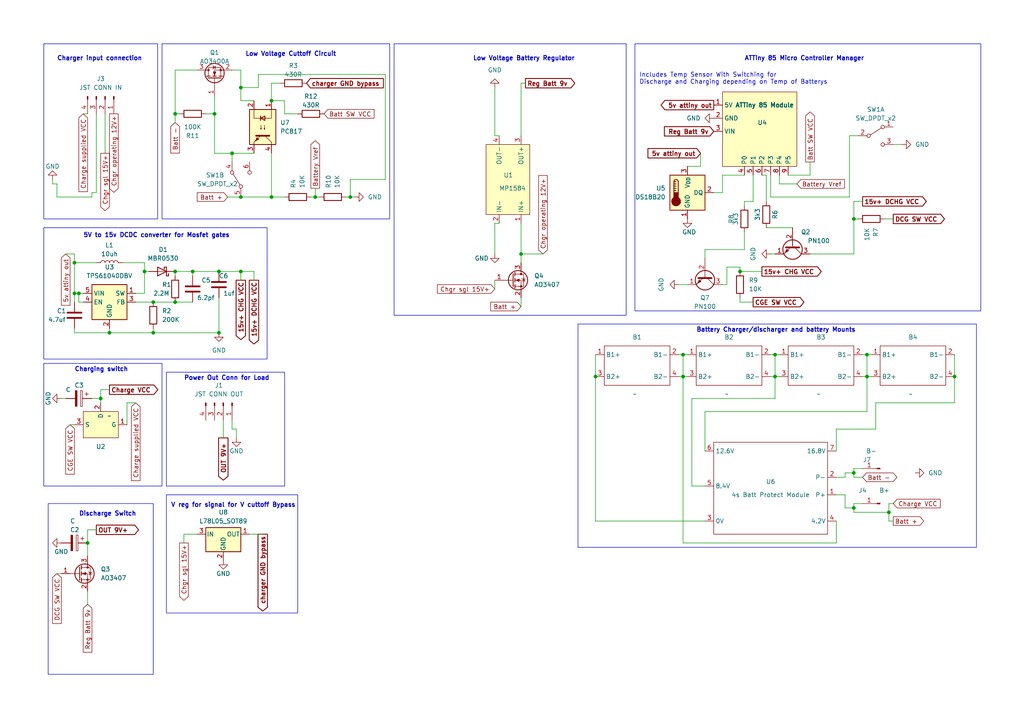
<source format=kicad_sch>
(kicad_sch (version 20230121) (generator eeschema)
  (paper "A4")
  (lib_symbols
    (symbol "BMS daughter boards:ATtiny85_digispark_module"
      (property "Reference" "U" (at -2.54 5.08 0))
      (symbol "ATtiny85_digispark_module_0_0"
        (pin unspecified line (at -16.51 10.16 0) (length 2.54) (name "5V") (number "1"))
        (pin unspecified line (at -16.51 6.35 0) (length 2.54) (name "GND") (number "2"))
        (pin unspecified line (at -16.51 2.54 0) (length 2.54) (name "VIN") (number "3"))
        (pin unspecified line (at -7.62 -10.16 90) (length 2.54) (name "P0") (number "4"))
        (pin unspecified line (at -5.08 -10.16 90) (length 2.54) (name "P1") (number "5"))
        (pin unspecified line (at -2.54 -10.16 90) (length 2.54) (name "P2") (number "6"))
        (pin unspecified line (at 0 -10.16 90) (length 2.54) (name "P3") (number "7"))
        (pin unspecified line (at 2.54 -10.16 90) (length 2.54) (name "P4") (number "8"))
        (pin unspecified line (at 5.08 -10.16 90) (length 2.54) (name "P5") (number "9"))
      )
      (symbol "ATtiny85_digispark_module_1_1"
        (rectangle (start -13.97 13.97) (end 7.62 -7.62) (fill (type background)))
      )
    )
    (symbol "BMS daughter boards:MP1584_DCDC_step_down_Module"
      (property "Reference" "U4" (at 11.43 -3.81 0))
      (property "Value" "MP1584 Module" (at 5.08 -6.35 0))
      (symbol "MP1584_DCDC_step_down_Module_0_0"
        (pin unspecified line (at 0 -8.89 0) (length 2.54) (name "IN+") (number "1"))
        (pin unspecified line (at 0 -2.54 0) (length 2.54) (name "IN-") (number "2"))
        (pin unspecified line (at 25.4 -8.89 180) (length 2.54) (name "OUT+") (number "3"))
        (pin unspecified line (at 25.4 -2.54 180) (length 2.54) (name "OUT-") (number "4"))
      )
      (symbol "MP1584_DCDC_step_down_Module_1_1"
        (rectangle (start 2.54 1.27) (end 22.86 -11.43) (fill (type background)))
      )
    )
    (symbol "BMS-MK2-symbols:18650_Bat_pair"
      (property "Reference" "B" (at 1.27 8.89 0))
      (symbol "18650_Bat_pair_0_0"
        (pin bidirectional line (at -11.43 11.43 0) (length 2.54) (name "B1+") (number "1"))
        (pin bidirectional line (at 12.7 11.43 180) (length 2.54) (name "B1-") (number "2"))
        (pin bidirectional line (at -11.43 5.08 0) (length 2.54) (name "B2+") (number "3"))
        (pin bidirectional line (at 12.7 5.08 180) (length 2.54) (name "B2-") (number "4"))
      )
      (symbol "18650_Bat_pair_0_1"
        (rectangle (start -8.89 13.97) (end 10.16 2.54))
      )
    )
    (symbol "BMS-MK2-symbols:4S_Batt_Protect_Board"
      (property "Reference" "U" (at 2.54 -2.54 0))
      (property "Value" "4s Batt Protect Module" (at 2.54 -5.08 0))
      (symbol "4S_Batt_Protect_Board_0_0"
        (pin bidirectional line (at 21.59 -6.35 180) (length 2.54) (name "P+") (number "1"))
        (pin bidirectional line (at 21.59 -1.27 180) (length 2.54) (name "P-") (number "2"))
        (pin input line (at -16.51 -13.97 0) (length 2.54) (name "0V") (number "3"))
        (pin input line (at 21.59 -13.97 180) (length 2.54) (name "4.2V") (number "4"))
        (pin input line (at -16.51 -3.81 0) (length 2.54) (name "8.4V") (number "5"))
        (pin input line (at -16.51 6.35 0) (length 2.54) (name "12.6V") (number "6"))
        (pin input line (at 21.59 6.35 180) (length 2.54) (name "16.8V") (number "7"))
      )
      (symbol "4S_Batt_Protect_Board_0_1"
        (rectangle (start -13.97 8.89) (end 19.05 -17.78))
      )
    )
    (symbol "BMS-MK2-symbols:AOD409"
      (property "Reference" "U" (at 2.54 -2.54 0))
      (symbol "AOD409_0_0"
        (pin input line (at -5.08 -2.54 0) (length 2.54) (name "G") (number "1"))
        (pin output line (at 2.54 3.81 270) (length 2.54) (name "D") (number "2"))
        (pin input line (at 10.16 -2.54 180) (length 2.54) (name "S") (number "3"))
      )
      (symbol "AOD409_1_1"
        (rectangle (start -2.54 1.27) (end 7.62 -6.35) (fill (type background)))
      )
    )
    (symbol "Connector:Conn_01x01_Pin" (pin_names (offset 1.016) hide)
      (property "Reference" "J" (at 0 2.54 0))
      (property "Value" "Conn_01x01_Pin" (at 0 -2.54 0))
      (symbol "Conn_01x01_Pin_1_1"
        (polyline (pts (xy 1.27 0) (xy 0.8636 0)) (stroke (width 0.1524)))
        (rectangle (start 0.8636 0.127) (end 0 -0.127) (stroke (width 0.1524)) (fill (type outline)))
        (pin passive line (at 5.08 0 180) (length 3.81) (name "Pin_1") (number "1"))
      )
    )
    (symbol "Connector:Conn_01x04_Pin" (pin_names (offset 1.016) hide)
      (property "Reference" "J" (at 0 5.08 0))
      (property "Value" "Conn_01x04_Pin" (at 0 -7.62 0))
      (symbol "Conn_01x04_Pin_1_1"
        (polyline (pts (xy 1.27 -5.08) (xy 0.8636 -5.08)) (stroke (width 0.1524)))
        (polyline (pts (xy 1.27 -2.54) (xy 0.8636 -2.54)) (stroke (width 0.1524)))
        (polyline (pts (xy 1.27 0) (xy 0.8636 0)) (stroke (width 0.1524)))
        (polyline (pts (xy 1.27 2.54) (xy 0.8636 2.54)) (stroke (width 0.1524)))
        (rectangle (start 0.8636 -4.953) (end 0 -5.207) (stroke (width 0.1524)) (fill (type outline)))
        (rectangle (start 0.8636 -2.413) (end 0 -2.667) (stroke (width 0.1524)) (fill (type outline)))
        (rectangle (start 0.8636 0.127) (end 0 -0.127) (stroke (width 0.1524)) (fill (type outline)))
        (rectangle (start 0.8636 2.667) (end 0 2.413) (stroke (width 0.1524)) (fill (type outline)))
        (pin passive line (at 5.08 2.54 180) (length 3.81) (name "Pin_1") (number "1"))
        (pin passive line (at 5.08 0 180) (length 3.81) (name "Pin_2") (number "2"))
        (pin passive line (at 5.08 -2.54 180) (length 3.81) (name "Pin_3") (number "3"))
        (pin passive line (at 5.08 -5.08 180) (length 3.81) (name "Pin_4") (number "4"))
      )
    )
    (symbol "Device:C" (pin_numbers hide) (pin_names (offset 0.254))
      (property "Reference" "C" (at 0.635 2.54 0))
      (property "Value" "C" (at 0.635 -2.54 0))
      (symbol "C_0_1"
        (polyline (pts (xy -2.032 -0.762) (xy 2.032 -0.762)) (stroke (width 0.508)))
        (polyline (pts (xy -2.032 0.762) (xy 2.032 0.762)) (stroke (width 0.508)))
      )
      (symbol "C_1_1"
        (pin passive line (at 0 3.81 270) (length 2.794) (name "~") (number "1"))
        (pin passive line (at 0 -3.81 90) (length 2.794) (name "~") (number "2"))
      )
    )
    (symbol "Device:C_Polarized" (pin_numbers hide) (pin_names (offset 0.254))
      (property "Reference" "C" (at 0.635 2.54 0))
      (property "Value" "C_Polarized" (at 0.635 -2.54 0))
      (symbol "C_Polarized_0_1"
        (rectangle (start -2.286 0.508) (end 2.286 1.016))
        (polyline (pts (xy -1.778 2.286) (xy -0.762 2.286)))
        (polyline (pts (xy -1.27 2.794) (xy -1.27 1.778)))
        (rectangle (start 2.286 -0.508) (end -2.286 -1.016) (fill (type outline)))
      )
      (symbol "C_Polarized_1_1"
        (pin passive line (at 0 3.81 270) (length 2.794) (name "~") (number "1"))
        (pin passive line (at 0 -3.81 90) (length 2.794) (name "~") (number "2"))
      )
    )
    (symbol "Device:L" (pin_numbers hide) (pin_names (offset 1.016) hide)
      (property "Reference" "L" (at -1.27 0 90))
      (property "Value" "L" (at 1.905 0 90))
      (symbol "L_0_1"
        (arc (start 0 -2.54) (mid 0.6323 -1.905) (end 0 -1.27))
        (arc (start 0 -1.27) (mid 0.6323 -0.635) (end 0 0))
        (arc (start 0 0) (mid 0.6323 0.635) (end 0 1.27))
        (arc (start 0 1.27) (mid 0.6323 1.905) (end 0 2.54))
      )
      (symbol "L_1_1"
        (pin passive line (at 0 3.81 270) (length 1.27) (name "1") (number "1"))
        (pin passive line (at 0 -3.81 90) (length 1.27) (name "2") (number "2"))
      )
    )
    (symbol "Device:R" (pin_numbers hide) (pin_names (offset 0))
      (property "Reference" "R" (at 2.032 0 90))
      (property "Value" "R" (at 0 0 90))
      (symbol "R_0_1"
        (rectangle (start -1.016 -2.54) (end 1.016 2.54) (stroke (width 0.254)))
      )
      (symbol "R_1_1"
        (pin passive line (at 0 3.81 270) (length 1.27) (name "~") (number "1"))
        (pin passive line (at 0 -3.81 90) (length 1.27) (name "~") (number "2"))
      )
    )
    (symbol "Diode:MBR0530" (pin_numbers hide) (pin_names (offset 1.016) hide)
      (property "Reference" "D" (at 0 2.54 0))
      (property "Value" "MBR0530" (at 0 -2.54 0))
      (symbol "MBR0530_0_1"
        (polyline (pts (xy 1.27 0) (xy -1.27 0)))
        (polyline (pts (xy 1.27 1.27) (xy 1.27 -1.27) (xy -1.27 0) (xy 1.27 1.27)) (stroke (width 0.254)))
        (polyline (pts (xy -1.905 0.635) (xy -1.905 1.27) (xy -1.27 1.27) (xy -1.27 -1.27) (xy -0.635 -1.27) (xy -0.635 -0.635)) (stroke (width 0.254)))
      )
      (symbol "MBR0530_1_1"
        (pin passive line (at -3.81 0 0) (length 2.54) (name "K") (number "1"))
        (pin passive line (at 3.81 0 180) (length 2.54) (name "A") (number "2"))
      )
    )
    (symbol "Isolator:PC817" (pin_names (offset 1.016))
      (property "Reference" "U" (at -5.08 5.08 0))
      (property "Value" "PC817" (at 0 5.08 0))
      (symbol "PC817_0_1"
        (rectangle (start -5.08 3.81) (end 5.08 -3.81) (stroke (width 0.254)) (fill (type background)))
        (polyline (pts (xy -3.175 -0.635) (xy -1.905 -0.635)) (stroke (width 0.254)))
        (polyline (pts (xy 2.54 0.635) (xy 4.445 2.54)))
        (polyline (pts (xy 4.445 -2.54) (xy 2.54 -0.635)) (fill (type outline)))
        (polyline (pts (xy 4.445 -2.54) (xy 5.08 -2.54)))
        (polyline (pts (xy 4.445 2.54) (xy 5.08 2.54)))
        (polyline (pts (xy -5.08 2.54) (xy -2.54 2.54) (xy -2.54 -0.635)))
        (polyline (pts (xy -2.54 -0.635) (xy -2.54 -2.54) (xy -5.08 -2.54)))
        (polyline (pts (xy 2.54 1.905) (xy 2.54 -1.905) (xy 2.54 -1.905)) (stroke (width 0.508)))
        (polyline (pts (xy -2.54 -0.635) (xy -3.175 0.635) (xy -1.905 0.635) (xy -2.54 -0.635)) (stroke (width 0.254)))
        (polyline (pts (xy -0.508 -0.508) (xy 0.762 -0.508) (xy 0.381 -0.635) (xy 0.381 -0.381) (xy 0.762 -0.508)))
        (polyline (pts (xy -0.508 0.508) (xy 0.762 0.508) (xy 0.381 0.381) (xy 0.381 0.635) (xy 0.762 0.508)))
        (polyline (pts (xy 3.048 -1.651) (xy 3.556 -1.143) (xy 4.064 -2.159) (xy 3.048 -1.651) (xy 3.048 -1.651)) (fill (type outline)))
      )
      (symbol "PC817_1_1"
        (pin passive line (at -7.62 2.54 0) (length 2.54) (name "~") (number "1"))
        (pin passive line (at -7.62 -2.54 0) (length 2.54) (name "~") (number "2"))
        (pin passive line (at 7.62 -2.54 180) (length 2.54) (name "~") (number "3"))
        (pin passive line (at 7.62 2.54 180) (length 2.54) (name "~") (number "4"))
      )
    )
    (symbol "Regulator_Linear:L78L05_SOT89" (pin_names (offset 0.254))
      (property "Reference" "U" (at -3.81 3.175 0))
      (property "Value" "L78L05_SOT89" (at -0.635 3.175 0))
      (symbol "L78L05_SOT89_0_1"
        (rectangle (start -5.08 1.905) (end 5.08 -5.08) (stroke (width 0.254)) (fill (type background)))
      )
      (symbol "L78L05_SOT89_1_1"
        (pin power_out line (at 7.62 0 180) (length 2.54) (name "OUT") (number "1"))
        (pin power_in line (at 0 -7.62 90) (length 2.54) (name "GND") (number "2"))
        (pin power_in line (at -7.62 0 0) (length 2.54) (name "IN") (number "3"))
      )
    )
    (symbol "Regulator_Switching:TPS61040DBV"
      (property "Reference" "U" (at -5.08 6.35 0))
      (property "Value" "TPS61040DBV" (at 0 6.35 0))
      (symbol "TPS61040DBV_0_1"
        (rectangle (start -5.08 5.08) (end 5.08 -5.08) (stroke (width 0.254)) (fill (type background)))
      )
      (symbol "TPS61040DBV_1_1"
        (pin power_out line (at 7.62 2.54 180) (length 2.54) (name "SW") (number "1"))
        (pin power_in line (at 0 -7.62 90) (length 2.54) (name "GND") (number "2"))
        (pin input line (at 7.62 0 180) (length 2.54) (name "FB") (number "3"))
        (pin input line (at -7.62 0 0) (length 2.54) (name "EN") (number "4"))
        (pin power_in line (at -7.62 2.54 0) (length 2.54) (name "VIN") (number "5"))
      )
    )
    (symbol "Sensor_Temperature:DS18B20"
      (property "Reference" "U" (at -3.81 6.35 0))
      (property "Value" "DS18B20" (at 6.35 6.35 0))
      (symbol "DS18B20_0_1"
        (rectangle (start -5.08 5.08) (end 5.08 -5.08) (stroke (width 0.254)) (fill (type background)))
        (circle (center -3.302 -2.54) (radius 1.27) (stroke (width 0.254)) (fill (type outline)))
        (rectangle (start -2.667 -1.905) (end -3.937 0) (stroke (width 0.254)) (fill (type outline)))
        (arc (start -2.667 3.175) (mid -3.302 3.8073) (end -3.937 3.175) (stroke (width 0.254)))
        (polyline (pts (xy -3.937 0.635) (xy -3.302 0.635)) (stroke (width 0.254)))
        (polyline (pts (xy -3.937 1.27) (xy -3.302 1.27)) (stroke (width 0.254)))
        (polyline (pts (xy -3.937 1.905) (xy -3.302 1.905)) (stroke (width 0.254)))
        (polyline (pts (xy -3.937 2.54) (xy -3.302 2.54)) (stroke (width 0.254)))
        (polyline (pts (xy -3.937 3.175) (xy -3.937 0)) (stroke (width 0.254)))
        (polyline (pts (xy -3.937 3.175) (xy -3.302 3.175)) (stroke (width 0.254)))
        (polyline (pts (xy -2.667 3.175) (xy -2.667 0)) (stroke (width 0.254)))
      )
      (symbol "DS18B20_1_1"
        (pin power_in line (at 0 -7.62 90) (length 2.54) (name "GND") (number "1"))
        (pin bidirectional line (at 7.62 0 180) (length 2.54) (name "DQ") (number "2"))
        (pin power_in line (at 0 7.62 270) (length 2.54) (name "V_{DD}") (number "3"))
      )
    )
    (symbol "Switch:SW_DPDT_x2" (pin_names (offset 0) hide)
      (property "Reference" "SW" (at 0 4.318 0))
      (property "Value" "SW_DPDT_x2" (at 0 -5.08 0))
      (symbol "SW_DPDT_x2_0_0"
        (circle (center -2.032 0) (radius 0.508))
        (circle (center 2.032 -2.54) (radius 0.508))
      )
      (symbol "SW_DPDT_x2_0_1"
        (polyline (pts (xy -1.524 0.254) (xy 1.651 2.286)))
        (circle (center 2.032 2.54) (radius 0.508))
      )
      (symbol "SW_DPDT_x2_1_1"
        (pin passive line (at 5.08 2.54 180) (length 2.54) (name "A") (number "1"))
        (pin passive line (at -5.08 0 0) (length 2.54) (name "B") (number "2"))
        (pin passive line (at 5.08 -2.54 180) (length 2.54) (name "C") (number "3"))
      )
      (symbol "SW_DPDT_x2_2_1"
        (pin passive line (at 5.08 2.54 180) (length 2.54) (name "A") (number "4"))
        (pin passive line (at -5.08 0 0) (length 2.54) (name "B") (number "5"))
        (pin passive line (at 5.08 -2.54 180) (length 2.54) (name "C") (number "6"))
      )
    )
    (symbol "Transistor_BJT:PN2222A" (pin_names (offset 0) hide)
      (property "Reference" "Q" (at 5.08 1.905 0))
      (property "Value" "PN2222A" (at 5.08 0 0))
      (symbol "PN2222A_0_1"
        (polyline (pts (xy 0 0) (xy 0.635 0)))
        (polyline (pts (xy 2.54 -2.54) (xy 0.635 -0.635)))
        (polyline (pts (xy 2.54 2.54) (xy 0.635 0.635)))
        (polyline (pts (xy 0.635 1.905) (xy 0.635 -1.905) (xy 0.635 -1.905)) (stroke (width 0.508)))
        (polyline (pts (xy 2.413 -2.413) (xy 1.905 -1.905) (xy 1.905 -1.905)))
        (polyline (pts (xy 1.143 -1.651) (xy 1.651 -1.143) (xy 2.159 -2.159) (xy 1.143 -1.651) (xy 1.143 -1.651)) (fill (type outline)))
        (circle (center 1.27 0) (radius 2.8194) (stroke (width 0.254)))
      )
      (symbol "PN2222A_1_1"
        (pin passive line (at 2.54 -5.08 90) (length 2.54) (name "E") (number "1"))
        (pin input line (at -5.08 0 0) (length 5.08) (name "B") (number "2"))
        (pin passive line (at 2.54 5.08 270) (length 2.54) (name "C") (number "3"))
      )
    )
    (symbol "Transistor_FET:AO3400A" (pin_names hide)
      (property "Reference" "Q" (at 5.08 1.905 0))
      (property "Value" "AO3400A" (at 5.08 0 0))
      (symbol "AO3400A_0_1"
        (polyline (pts (xy 0.254 0) (xy -2.54 0)))
        (polyline (pts (xy 0.254 1.905) (xy 0.254 -1.905)) (stroke (width 0.254)))
        (polyline (pts (xy 0.762 -1.27) (xy 0.762 -2.286)) (stroke (width 0.254)))
        (polyline (pts (xy 0.762 0.508) (xy 0.762 -0.508)) (stroke (width 0.254)))
        (polyline (pts (xy 0.762 2.286) (xy 0.762 1.27)) (stroke (width 0.254)))
        (polyline (pts (xy 2.54 2.54) (xy 2.54 1.778)))
        (polyline (pts (xy 2.54 -2.54) (xy 2.54 0) (xy 0.762 0)))
        (polyline (pts (xy 0.762 -1.778) (xy 3.302 -1.778) (xy 3.302 1.778) (xy 0.762 1.778)))
        (polyline (pts (xy 1.016 0) (xy 2.032 0.381) (xy 2.032 -0.381) (xy 1.016 0)) (fill (type outline)))
        (polyline (pts (xy 2.794 0.508) (xy 2.921 0.381) (xy 3.683 0.381) (xy 3.81 0.254)))
        (polyline (pts (xy 3.302 0.381) (xy 2.921 -0.254) (xy 3.683 -0.254) (xy 3.302 0.381)))
        (circle (center 1.651 0) (radius 2.794) (stroke (width 0.254)))
        (circle (center 2.54 -1.778) (radius 0.254) (fill (type outline)))
        (circle (center 2.54 1.778) (radius 0.254) (fill (type outline)))
      )
      (symbol "AO3400A_1_1"
        (pin input line (at -5.08 0 0) (length 2.54) (name "G") (number "1"))
        (pin passive line (at 2.54 -5.08 90) (length 2.54) (name "S") (number "2"))
        (pin passive line (at 2.54 5.08 270) (length 2.54) (name "D") (number "3"))
      )
    )
    (symbol "power:GND" (power) (pin_names (offset 0))
      (property "Value" "GND" (at 0 -3.81 0))
      (symbol "GND_0_1"
        (polyline (pts (xy 0 0) (xy 0 -1.27) (xy 1.27 -1.27) (xy 0 -2.54) (xy -1.27 -1.27) (xy 0 -1.27)))
      )
      (symbol "GND_1_1"
        (pin power_in line (at 0 0 270) (length 0) hide (name "GND") (number "1"))
      )
    )
  )
  (junction (at 63.5 96.52))
  (junction (at 29.21 115.57))
  (junction (at 78.74 29.21))
  (junction (at 25.4 157.48))
  (junction (at 276.86 109.22))
  (junction (at 247.65 137.16))
  (junction (at 55.88 78.74))
  (junction (at 44.45 87.63))
  (junction (at 91.44 57.15))
  (junction (at 172.72 109.22))
  (junction (at 44.45 96.52))
  (junction (at 41.91 78.74))
  (junction (at 224.79 109.22))
  (junction (at 78.74 57.15))
  (junction (at 31.75 96.52))
  (junction (at 198.12 102.87))
  (junction (at 251.46 109.22))
  (junction (at 50.8 33.02))
  (junction (at 21.59 76.2))
  (junction (at 21.59 85.09))
  (junction (at 50.8 87.63))
  (junction (at 247.65 63.5))
  (junction (at 198.12 109.22))
  (junction (at 257.81 148.59))
  (junction (at 50.8 78.74))
  (junction (at 67.31 44.45))
  (junction (at 69.85 57.15))
  (junction (at 63.5 78.74))
  (junction (at 22.86 85.09))
  (junction (at 62.23 33.02))
  (junction (at 214.63 78.74))
  (junction (at 69.85 25.4))
  (junction (at 69.85 78.74))
  (junction (at 247.65 147.32))
  (junction (at 251.46 102.87))
  (junction (at 101.6 57.15))
  (junction (at 151.13 73.66))
  (junction (at 224.79 102.87))
  (wire (pts (xy 247.65 138.43) (xy 250.19 138.43)))
  (wire (pts (xy 25.4 157.48) (xy 25.4 161.29)))
  (wire (pts (xy 242.57 157.48) (xy 198.12 157.48)))
  (wire (pts (xy 242.57 124.46) (xy 242.57 130.81)))
  (wire (pts (xy 21.59 73.66) (xy 21.59 76.2)))
  (wire (pts (xy 250.19 102.87) (xy 251.46 102.87)))
  (wire (pts (xy 82.55 33.02) (xy 82.55 29.21)))
  (wire (pts (xy 223.52 57.15) (xy 246.38 57.15)))
  (wire (pts (xy 224.79 109.22) (xy 224.79 115.57)))
  (wire (pts (xy 276.86 116.84) (xy 254 116.84)))
  (wire (pts (xy 20.32 123.19) (xy 21.59 123.19)))
  (wire (pts (xy 27.94 153.67) (xy 25.4 153.67)))
  (wire (pts (xy 64.77 121.92) (xy 64.77 127)))
  (wire (pts (xy 21.59 87.63) (xy 21.59 85.09)))
  (wire (pts (xy 69.85 78.74) (xy 73.66 78.74)))
  (wire (pts (xy 36.83 116.84) (xy 36.83 123.19)))
  (wire (pts (xy 214.63 78.74) (xy 220.98 78.74)))
  (wire (pts (xy 78.74 24.13) (xy 78.74 29.21)))
  (wire (pts (xy 198.12 102.87) (xy 199.39 102.87)))
  (wire (pts (xy 203.2 48.26) (xy 203.2 44.45)))
  (wire (pts (xy 223.52 50.8) (xy 223.52 57.15)))
  (wire (pts (xy 276.86 102.87) (xy 276.86 109.22)))
  (wire (pts (xy 215.9 72.39) (xy 215.9 67.31)))
  (wire (pts (xy 254 116.84) (xy 254 124.46)))
  (wire (pts (xy 247.65 147.32) (xy 247.65 148.59)))
  (wire (pts (xy 245.11 138.43) (xy 242.57 138.43)))
  (wire (pts (xy 19.05 73.66) (xy 21.59 73.66)))
  (wire (pts (xy 81.28 24.13) (xy 78.74 24.13)))
  (wire (pts (xy 234.95 50.8) (xy 228.6 50.8)))
  (wire (pts (xy 31.75 95.25) (xy 31.75 96.52)))
  (wire (pts (xy 223.52 73.66) (xy 224.79 73.66)))
  (wire (pts (xy 204.47 72.39) (xy 204.47 74.93)))
  (wire (pts (xy 203.2 48.26) (xy 199.39 48.26)))
  (wire (pts (xy 21.59 76.2) (xy 27.94 76.2)))
  (wire (pts (xy 224.79 102.87) (xy 224.79 109.22)))
  (wire (pts (xy 50.8 20.32) (xy 50.8 33.02)))
  (wire (pts (xy 226.06 50.8) (xy 226.06 53.34)))
  (wire (pts (xy 72.39 154.94) (xy 76.2 154.94)))
  (wire (pts (xy 82.55 29.21) (xy 78.74 29.21)))
  (wire (pts (xy 247.65 135.89) (xy 247.65 137.16)))
  (wire (pts (xy 91.44 57.15) (xy 90.17 57.15)))
  (wire (pts (xy 25.4 175.26) (xy 25.4 171.45)))
  (wire (pts (xy 62.23 44.45) (xy 67.31 44.45)))
  (wire (pts (xy 41.91 78.74) (xy 41.91 76.2)))
  (wire (pts (xy 44.45 87.63) (xy 50.8 87.63)))
  (wire (pts (xy 215.9 58.42) (xy 218.44 58.42)))
  (wire (pts (xy 26.67 55.88) (xy 27.94 55.88)))
  (wire (pts (xy 250.19 146.05) (xy 247.65 146.05)))
  (wire (pts (xy 246.38 39.37) (xy 248.92 39.37)))
  (wire (pts (xy 245.11 147.32) (xy 245.11 143.51)))
  (wire (pts (xy 254 124.46) (xy 242.57 124.46)))
  (wire (pts (xy 223.52 102.87) (xy 224.79 102.87)))
  (wire (pts (xy 200.66 140.97) (xy 204.47 140.97)))
  (wire (pts (xy 222.25 50.8) (xy 220.98 50.8)))
  (wire (pts (xy 257.81 151.13) (xy 259.08 151.13)))
  (wire (pts (xy 67.31 44.45) (xy 73.66 44.45)))
  (wire (pts (xy 62.23 44.45) (xy 62.23 33.02)))
  (wire (pts (xy 44.45 95.25) (xy 44.45 96.52)))
  (wire (pts (xy 50.8 78.74) (xy 55.88 78.74)))
  (wire (pts (xy 247.65 73.66) (xy 247.65 63.5)))
  (wire (pts (xy 234.95 46.99) (xy 234.95 50.8)))
  (wire (pts (xy 248.92 63.5) (xy 247.65 63.5)))
  (wire (pts (xy 259.08 146.05) (xy 257.81 146.05)))
  (wire (pts (xy 143.51 25.4) (xy 143.51 39.37)))
  (wire (pts (xy 151.13 73.66) (xy 157.48 73.66)))
  (wire (pts (xy 204.47 72.39) (xy 215.9 72.39)))
  (wire (pts (xy 62.23 27.94) (xy 62.23 33.02)))
  (wire (pts (xy 198.12 157.48) (xy 198.12 109.22)))
  (wire (pts (xy 57.15 20.32) (xy 50.8 20.32)))
  (wire (pts (xy 73.66 78.74) (xy 73.66 81.28)))
  (wire (pts (xy 209.55 50.8) (xy 215.9 50.8)))
  (wire (pts (xy 22.86 87.63) (xy 24.13 87.63)))
  (wire (pts (xy 30.48 33.02) (xy 30.48 44.45)))
  (wire (pts (xy 39.37 85.09) (xy 41.91 85.09)))
  (wire (pts (xy 27.94 55.88) (xy 27.94 33.02)))
  (wire (pts (xy 250.19 135.89) (xy 247.65 135.89)))
  (wire (pts (xy 257.81 148.59) (xy 257.81 151.13)))
  (wire (pts (xy 39.37 116.84) (xy 36.83 116.84)))
  (wire (pts (xy 100.33 57.15) (xy 101.6 57.15)))
  (wire (pts (xy 41.91 85.09) (xy 41.91 78.74)))
  (wire (pts (xy 204.47 119.38) (xy 204.47 130.81)))
  (wire (pts (xy 21.59 96.52) (xy 31.75 96.52)))
  (wire (pts (xy 92.71 57.15) (xy 91.44 57.15)))
  (wire (pts (xy 73.66 29.21) (xy 69.85 29.21)))
  (wire (pts (xy 198.12 109.22) (xy 199.39 109.22)))
  (wire (pts (xy 29.21 115.57) (xy 26.67 115.57)))
  (wire (pts (xy 209.55 55.88) (xy 207.01 55.88)))
  (wire (pts (xy 214.63 87.63) (xy 214.63 86.36)))
  (wire (pts (xy 151.13 64.77) (xy 151.13 73.66)))
  (wire (pts (xy 29.21 115.57) (xy 29.21 116.84)))
  (wire (pts (xy 50.8 33.02) (xy 50.8 35.56)))
  (wire (pts (xy 69.85 29.21) (xy 69.85 25.4)))
  (wire (pts (xy 247.65 147.32) (xy 245.11 147.32)))
  (wire (pts (xy 74.93 25.4) (xy 74.93 21.59)))
  (wire (pts (xy 172.72 102.87) (xy 172.72 109.22)))
  (wire (pts (xy 218.44 50.8) (xy 218.44 58.42)))
  (wire (pts (xy 78.74 57.15) (xy 78.74 44.45)))
  (wire (pts (xy 67.31 44.45) (xy 67.31 46.99)))
  (wire (pts (xy 74.93 25.4) (xy 69.85 25.4)))
  (wire (pts (xy 69.85 25.4) (xy 69.85 20.32)))
  (wire (pts (xy 16.51 57.15) (xy 16.51 53.34)))
  (wire (pts (xy 67.31 124.46) (xy 68.58 124.46)))
  (wire (pts (xy 26.67 57.15) (xy 26.67 55.88)))
  (wire (pts (xy 143.51 64.77) (xy 144.78 64.77)))
  (wire (pts (xy 31.75 96.52) (xy 44.45 96.52)))
  (wire (pts (xy 19.05 115.57) (xy 17.78 115.57)))
  (wire (pts (xy 16.51 166.37) (xy 17.78 166.37)))
  (wire (pts (xy 86.36 33.02) (xy 82.55 33.02)))
  (wire (pts (xy 143.51 81.28) (xy 143.51 83.82)))
  (wire (pts (xy 63.5 78.74) (xy 69.85 78.74)))
  (wire (pts (xy 242.57 143.51) (xy 245.11 143.51)))
  (wire (pts (xy 224.79 109.22) (xy 226.06 109.22)))
  (wire (pts (xy 214.63 78.74) (xy 214.63 77.47)))
  (wire (pts (xy 251.46 102.87) (xy 252.73 102.87)))
  (wire (pts (xy 102.87 57.15) (xy 101.6 57.15)))
  (wire (pts (xy 257.81 146.05) (xy 257.81 148.59)))
  (wire (pts (xy 55.88 78.74) (xy 55.88 80.01)))
  (wire (pts (xy 245.11 137.16) (xy 245.11 138.43)))
  (wire (pts (xy 198.12 102.87) (xy 198.12 109.22)))
  (wire (pts (xy 199.39 82.55) (xy 196.85 82.55)))
  (wire (pts (xy 172.72 109.22) (xy 172.72 151.13)))
  (wire (pts (xy 21.59 95.25) (xy 21.59 96.52)))
  (wire (pts (xy 152.4 24.13) (xy 151.13 24.13)))
  (wire (pts (xy 247.65 137.16) (xy 245.11 137.16)))
  (wire (pts (xy 111.76 52.07) (xy 101.6 52.07)))
  (wire (pts (xy 250.19 109.22) (xy 251.46 109.22)))
  (wire (pts (xy 151.13 86.36) (xy 151.13 88.9)))
  (wire (pts (xy 251.46 102.87) (xy 251.46 109.22)))
  (wire (pts (xy 62.23 33.02) (xy 59.69 33.02)))
  (wire (pts (xy 67.31 121.92) (xy 67.31 124.46)))
  (wire (pts (xy 25.4 153.67) (xy 25.4 157.48)))
  (wire (pts (xy 223.52 109.22) (xy 224.79 109.22)))
  (wire (pts (xy 224.79 102.87) (xy 226.06 102.87)))
  (wire (pts (xy 55.88 78.74) (xy 63.5 78.74)))
  (wire (pts (xy 111.76 21.59) (xy 111.76 52.07)))
  (wire (pts (xy 22.86 85.09) (xy 22.86 87.63)))
  (wire (pts (xy 251.46 119.38) (xy 251.46 109.22)))
  (wire (pts (xy 29.21 113.03) (xy 29.21 115.57)))
  (wire (pts (xy 26.67 57.15) (xy 16.51 57.15)))
  (wire (pts (xy 43.18 78.74) (xy 41.91 78.74)))
  (wire (pts (xy 74.93 21.59) (xy 111.76 21.59)))
  (wire (pts (xy 209.55 50.8) (xy 209.55 55.88)))
  (wire (pts (xy 69.85 20.32) (xy 67.31 20.32)))
  (wire (pts (xy 151.13 24.13) (xy 151.13 39.37)))
  (wire (pts (xy 91.44 57.15) (xy 91.44 54.61)))
  (wire (pts (xy 52.07 33.02) (xy 50.8 33.02)))
  (wire (pts (xy 44.45 96.52) (xy 63.5 96.52)))
  (wire (pts (xy 151.13 73.66) (xy 151.13 76.2)))
  (wire (pts (xy 251.46 109.22) (xy 252.73 109.22)))
  (wire (pts (xy 276.86 109.22) (xy 276.86 116.84)))
  (wire (pts (xy 25.4 33.02) (xy 24.13 33.02)))
  (wire (pts (xy 247.65 73.66) (xy 234.95 73.66)))
  (wire (pts (xy 204.47 119.38) (xy 251.46 119.38)))
  (wire (pts (xy 259.08 41.91) (xy 261.62 41.91)))
  (wire (pts (xy 247.65 58.42) (xy 250.19 58.42)))
  (wire (pts (xy 215.9 58.42) (xy 215.9 59.69)))
  (wire (pts (xy 78.74 57.15) (xy 82.55 57.15)))
  (wire (pts (xy 50.8 87.63) (xy 55.88 87.63)))
  (wire (pts (xy 21.59 85.09) (xy 21.59 76.2)))
  (wire (pts (xy 50.8 78.74) (xy 50.8 80.01)))
  (wire (pts (xy 247.65 146.05) (xy 247.65 147.32)))
  (wire (pts (xy 210.82 82.55) (xy 209.55 82.55)))
  (wire (pts (xy 226.06 53.34) (xy 231.14 53.34)))
  (wire (pts (xy 222.25 66.04) (xy 229.87 66.04)))
  (wire (pts (xy 210.82 77.47) (xy 210.82 82.55)))
  (wire (pts (xy 53.34 157.48) (xy 53.34 154.94)))
  (wire (pts (xy 247.65 148.59) (xy 257.81 148.59)))
  (wire (pts (xy 200.66 115.57) (xy 200.66 140.97)))
  (wire (pts (xy 222.25 50.8) (xy 222.25 58.42)))
  (wire (pts (xy 247.65 137.16) (xy 247.65 138.43)))
  (wire (pts (xy 196.85 109.22) (xy 198.12 109.22)))
  (wire (pts (xy 172.72 151.13) (xy 204.47 151.13)))
  (wire (pts (xy 22.86 85.09) (xy 24.13 85.09)))
  (wire (pts (xy 259.08 63.5) (xy 256.54 63.5)))
  (wire (pts (xy 224.79 115.57) (xy 200.66 115.57)))
  (wire (pts (xy 247.65 58.42) (xy 247.65 63.5)))
  (wire (pts (xy 101.6 52.07) (xy 101.6 57.15)))
  (wire (pts (xy 63.5 86.36) (xy 63.5 96.52)))
  (wire (pts (xy 69.85 57.15) (xy 78.74 57.15)))
  (wire (pts (xy 66.04 57.15) (xy 69.85 57.15)))
  (wire (pts (xy 41.91 76.2) (xy 35.56 76.2)))
  (wire (pts (xy 218.44 87.63) (xy 214.63 87.63)))
  (wire (pts (xy 39.37 87.63) (xy 44.45 87.63)))
  (wire (pts (xy 143.51 64.77) (xy 143.51 73.66)))
  (wire (pts (xy 214.63 77.47) (xy 210.82 77.47)))
  (wire (pts (xy 69.85 81.28) (xy 69.85 78.74)))
  (wire (pts (xy 196.85 102.87) (xy 198.12 102.87)))
  (wire (pts (xy 21.59 85.09) (xy 22.86 85.09)))
  (wire (pts (xy 242.57 151.13) (xy 242.57 157.48)))
  (wire (pts (xy 15.24 52.07) (xy 15.24 53.34)))
  (wire (pts (xy 68.58 124.46) (xy 68.58 127)))
  (wire (pts (xy 143.51 39.37) (xy 144.78 39.37)))
  (wire (pts (xy 246.38 57.15) (xy 246.38 39.37)))
  (wire (pts (xy 53.34 154.94) (xy 57.15 154.94)))
  (wire (pts (xy 29.21 113.03) (xy 31.75 113.03)))
  (wire (pts (xy 15.24 53.34) (xy 16.51 53.34)))
  (rectangle (start 48.26 143.51) (end 86.36 177.8))
  (rectangle (start 48.26 107.95) (end 82.55 140.97))
  (rectangle (start 167.64 93.98) (end 283.21 158.75))
  (rectangle (start 12.7 12.7) (end 45.72 63.5))
  (rectangle (start 12.7 105.41) (end 46.99 140.97))
  (rectangle (start 13.97 146.05) (end 44.45 195.58))
  (rectangle (start 46.99 12.7) (end 113.03 63.5))
  (rectangle (start 12.7 66.04) (end 77.47 104.14))
  (rectangle (start 184.15 12.7) (end 284.48 90.17))
  (rectangle (start 114.3 12.7) (end 181.61 91.44))
  (text "ATTiny 85 Micro Controller Manager \n" (at 215.9 17.78 0) (effects (font (size 1.27 1.27) (thickness 0.254) bold) (justify left bottom)))
  (text "Includes Temp Sensor With Switching for \nDischarge and Charging depending on Temp of Batterys\n " (at 185.42 26.67 0) (effects (font (size 1.27 1.27)) (justify left bottom)))
  (text "Power Out Conn for Load\n" (at 53.34 110.49 0) (effects (font (size 1.27 1.27) (thickness 0.254) bold) (justify left bottom)))
  (text "Discharge Switch " (at 22.86 149.86 0) (effects (font (size 1.27 1.27) (thickness 0.254) bold) (justify left bottom)))
  (text "Charger input connection\n" (at 16.51 17.78 0) (effects (font (size 1.27 1.27) (thickness 0.254) bold) (justify left bottom)))
  (text "V reg for signal for V cuttoff Bypass\n" (at 49.53 147.32 0) (effects (font (size 1.27 1.27) (thickness 0.254) bold) (justify left bottom)))
  (text "Low Voltage Cuttoff Circuit\n" (at 71.12 16.51 0) (effects (font (size 1.27 1.27) (thickness 0.254) bold) (justify left bottom)))
  (text "5V to 15v DCDC converter for Mosfet gates\n\n" (at 24.13 71.12 0) (effects (font (size 1.27 1.27) (thickness 0.254) bold) (justify left bottom)))
  (text "Battery Charger/discharger and battery Mounts\n" (at 201.93 96.52 0) (effects (font (size 1.27 1.27) (thickness 0.254) bold) (justify left bottom)))
  (text "Low Voltage Battery Regulator\n" (at 137.16 17.78 0) (effects (font (size 1.27 1.27) (thickness 0.254) bold) (justify left bottom)))
  (text "Charging switch \n" (at 21.59 107.95 0) (effects (font (size 1.27 1.27) (thickness 0.254) bold) (justify left bottom)))
  (global_label "15v+ CHG VCC" (shape output) (at 69.85 81.28 270) (effects (font (thickness 0.254) bold)) (property "Intersheetrefs" "${INTERSHEET_REFS}" (effects hide)))
  (global_label "Chgr operating 12V+" (shape output) (at 33.02 33.02 270) (property "Intersheetrefs" "${INTERSHEET_REFS}" (effects hide)))
  (global_label "Charge VCC" (shape input) (at 259.08 146.05 0) (property "Intersheetrefs" "${INTERSHEET_REFS}" (effects hide)))
  (global_label "Batt +" (shape input) (at 66.04 57.15 180) (property "Intersheetrefs" "${INTERSHEET_REFS}" (effects hide)))
  (global_label "DCG SW VCC" (shape output) (at 259.08 63.5 0) (effects (font (thickness 0.254) bold)) (property "Intersheetrefs" "${INTERSHEET_REFS}" (effects hide)))
  (global_label "OUT 9V+ " (shape output) (at 27.94 153.67 0) (effects (font (thickness 0.254) bold)) (property "Intersheetrefs" "${INTERSHEET_REFS}" (effects hide)))
  (global_label "DCG SW VCC" (shape input) (at 16.51 166.37 270) (property "Intersheetrefs" "${INTERSHEET_REFS}" (effects hide)))
  (global_label "charger GND bypass" (shape input) (at 88.9 24.13 0) (effects (font (thickness 0.254) bold)) (property "Intersheetrefs" "${INTERSHEET_REFS}" (effects hide)))
  (global_label "15v+ DCHG VCC" (shape output) (at 73.66 81.28 270) (effects (font (thickness 0.254) bold)) (property "Intersheetrefs" "${INTERSHEET_REFS}" (effects hide)))
  (global_label "5v attiny out" (shape output) (at 207.01 30.48 180) (effects (font (thickness 0.254) bold)) (property "Intersheetrefs" "${INTERSHEET_REFS}" (effects hide)))
  (global_label "Chgr sgl 15V+" (shape output) (at 53.34 157.48 270) (property "Intersheetrefs" "${INTERSHEET_REFS}" (effects hide)))
  (global_label "5v attiny out" (shape input) (at 203.2 44.45 180) (effects (font (thickness 0.254) bold)) (property "Intersheetrefs" "${INTERSHEET_REFS}" (effects hide)))
  (global_label "Reg Batt 9v" (shape input) (at 25.4 175.26 270) (property "Intersheetrefs" "${INTERSHEET_REFS}" (effects hide)))
  (global_label "Reg Batt 9v" (shape input) (at 207.01 38.1 180) (effects (font (thickness 0.254) bold)) (property "Intersheetrefs" "${INTERSHEET_REFS}" (effects hide)))
  (global_label "Chgr sgl 15V+" (shape output) (at 30.48 44.45 270) (property "Intersheetrefs" "${INTERSHEET_REFS}" (effects hide)))
  (global_label "5v attiny out" (shape input) (at 19.05 73.66 270) (property "Intersheetrefs" "${INTERSHEET_REFS}" (effects hide)))
  (global_label "Batt SW VCC" (shape input) (at 93.98 33.02 0) (property "Intersheetrefs" "${INTERSHEET_REFS}" (effects hide)))
  (global_label "Batt +" (shape output) (at 259.08 151.13 0) (property "Intersheetrefs" "${INTERSHEET_REFS}" (effects hide)))
  (global_label "Batt +" (shape input) (at 151.13 88.9 180) (property "Intersheetrefs" "${INTERSHEET_REFS}" (effects hide)))
  (global_label "15v+ DCHG VCC" (shape output) (at 250.19 58.42 0) (effects (font (thickness 0.254) bold)) (property "Intersheetrefs" "${INTERSHEET_REFS}" (effects hide)))
  (global_label "Chgr sgl 15V+" (shape input) (at 143.51 83.82 180) (property "Intersheetrefs" "${INTERSHEET_REFS}" (effects hide)))
  (global_label "Charge VCC" (shape output) (at 31.75 113.03 0) (effects (font (thickness 0.254) bold)) (property "Intersheetrefs" "${INTERSHEET_REFS}" (effects hide)))
  (global_label "Battery Vref" (shape output) (at 91.44 54.61 90) (property "Intersheetrefs" "${INTERSHEET_REFS}" (effects hide)))
  (global_label "OUT 9V+ " (shape output) (at 64.77 127 270) (effects (font (thickness 0.254) bold)) (property "Intersheetrefs" "${INTERSHEET_REFS}" (effects hide)))
  (global_label "CGE SW VCC" (shape input) (at 20.32 123.19 270) (property "Intersheetrefs" "${INTERSHEET_REFS}" (effects hide)))
  (global_label "Charge supplied VCC" (shape input) (at 24.13 33.02 270) (property "Intersheetrefs" "${INTERSHEET_REFS}" (effects hide)))
  (global_label "15v+ CHG VCC" (shape output) (at 220.98 78.74 0) (effects (font (thickness 0.254) bold)) (property "Intersheetrefs" "${INTERSHEET_REFS}" (effects hide)))
  (global_label "charger GND bypass" (shape output) (at 76.2 154.94 270) (effects (font (thickness 0.254) bold)) (property "Intersheetrefs" "${INTERSHEET_REFS}" (effects hide)))
  (global_label "Reg Batt 9v" (shape output) (at 152.4 24.13 0) (effects (font (thickness 0.254) bold)) (property "Intersheetrefs" "${INTERSHEET_REFS}" (effects hide)))
  (global_label "Batt SW VCC" (shape output) (at 234.95 46.99 90) (property "Intersheetrefs" "${INTERSHEET_REFS}" (effects hide)))
  (global_label "Battery Vref" (shape input) (at 231.14 53.34 0) (property "Intersheetrefs" "${INTERSHEET_REFS}" (effects hide)))
  (global_label "Chgr operating 12V+" (shape input) (at 157.48 73.66 90) (property "Intersheetrefs" "${INTERSHEET_REFS}" (effects hide)))
  (global_label "Charge supplied VCC" (shape input) (at 39.37 116.84 270) (property "Intersheetrefs" "${INTERSHEET_REFS}" (effects hide)))
  (global_label "Batt -" (shape bidirectional) (at 250.19 138.43 0) (property "Intersheetrefs" "${INTERSHEET_REFS}" (effects hide)))
  (global_label "Batt -" (shape input) (at 50.8 35.56 270) (property "Intersheetrefs" "${INTERSHEET_REFS}" (effects hide)))
  (global_label "CGE SW VCC" (shape output) (at 218.44 87.63 0) (effects (font (thickness 0.254) bold)) (property "Intersheetrefs" "${INTERSHEET_REFS}" (effects hide)))
  (symbol (lib_id "Switch:SW_DPDT_x2") (at 254 39.37 0) (unit 1)
    (property "Reference" "SW1" (at 254 31.75 0))
    (property "Value" "SW_DPDT_x2" (at 254 34.29 0))
    (property "Footprint" "Button_Switch_THT:SW_CuK_JS202011CQN_DPDT_Straight" (effects hide))
  )
  (symbol (lib_id "Diode:MBR0530") (at 46.99 78.74 180) (unit 1)
    (property "Reference" "D1" (at 47.3075 72.39 0))
    (property "Value" "MBR0530" (at 47.3075 74.93 0))
    (property "Footprint" "Diode_SMD:D_SOD-123" (effects hide))
    (property "Datasheet" "http://www.mccsemi.com/up_pdf/MBR0520~MBR0580(SOD123).pdf" (effects hide))
  )
  (symbol (lib_id "power:GND") (at 64.77 162.56 0) (unit 1)
    (property "Reference" "#PWR012" (effects hide))
    (property "Value" "GND" (at 64.77 166.37 0))
  )
  (symbol (lib_id "Sensor_Temperature:DS18B20") (at 199.39 55.88 0) (unit 1)
    (property "Reference" "U5" (at 193.04 54.61 0) (effects (justify right)))
    (property "Value" "DS18B20" (at 193.04 57.15 0) (effects (justify right)))
    (property "Footprint" "Package_TO_SOT_THT:TO-92_Inline" (effects hide))
    (property "Datasheet" "http://datasheets.maximintegrated.com/en/ds/DS18B20.pdf" (effects hide))
  )
  (symbol (lib_id "Transistor_BJT:PN2222A") (at 229.87 71.12 270) (unit 1)
    (property "Reference" "Q2" (at 233.68 67.31 90))
    (property "Value" "PN100" (at 237.49 69.85 90))
    (property "Footprint" "Package_TO_SOT_SMD:SOT-23" (effects hide))
    (property "Datasheet" "https://www.onsemi.com/pub/Collateral/PN2222-D.PDF" (effects hide))
  )
  (symbol (lib_id "power:GND") (at 223.52 73.66 270) (unit 1)
    (property "Reference" "#PWR07" (effects hide))
    (property "Value" "GND" (at 218.44 73.66 0))
  )
  (symbol (lib_id "Transistor_FET:AO3400A") (at 148.59 81.28 0) (unit 1)
    (property "Reference" "Q4" (at 154.94 80.01 0) (effects (justify left)))
    (property "Value" "AO3407" (at 154.94 82.55 0) (effects (justify left)))
    (property "Footprint" "Package_TO_SOT_SMD:SOT-23" (effects hide))
    (property "Datasheet" "http://www.aosmd.com/pdfs/datasheet/AO3400A.pdf" (effects hide))
  )
  (symbol (lib_id "power:GND") (at 207.01 34.29 270) (unit 1)
    (property "Reference" "#PWR05" (effects hide))
    (property "Value" "GND" (at 203.2 34.29 90) (effects (justify right)))
  )
  (symbol (lib_id "power:GND") (at 196.85 82.55 270) (unit 1)
    (property "Reference" "#PWR017" (effects hide))
    (property "Value" "GND" (at 191.77 82.55 0))
  )
  (symbol (lib_id "power:GND") (at 265.43 137.16 90) (unit 1)
    (property "Reference" "#PWR03" (effects hide))
    (property "Value" "GND" (at 269.24 137.16 90) (effects (justify right)))
  )
  (symbol (lib_id "power:GND") (at 17.78 115.57 270) (unit 1)
    (property "Reference" "#PWR015" (effects hide))
    (property "Value" "GND" (at 13.97 115.57 0))
  )
  (symbol (lib_id "Device:C") (at 21.59 91.44 180) (unit 1)
    (property "Reference" "C1" (at 16.51 90.17 0) (effects (justify right)))
    (property "Value" "4.7uf" (at 13.97 92.71 0) (effects (justify right)))
    (property "Footprint" "Capacitor_SMD:C_1206_3216Metric" (effects hide))
  )
  (symbol (lib_id "Isolator:PC817") (at 76.2 36.83 270) (unit 1)
    (property "Reference" "U7" (at 81.28 35.56 90) (effects (justify left)))
    (property "Value" "PC817" (at 81.28 38.1 90) (effects (justify left)))
    (property "Footprint" "Package_DIP:DIP-4_W8.89mm_SMDSocket_LongPads" (effects hide))
    (property "Datasheet" "http://www.soselectronic.cz/a_info/resource/d/pc817.pdf" (effects hide))
  )
  (symbol (lib_id "Connector:Conn_01x04_Pin") (at 30.48 27.94 270) (unit 1)
    (property "Reference" "J3" (at 29.21 22.86 90))
    (property "Value" "JST CONN IN" (at 29.21 25.4 90))
    (property "Footprint" "Connector_JST:JST_GH_SM04B-GHS-TB_1x04-1MP_P1.25mm_Horizontal" (effects hide))
  )
  (symbol (lib_id "Device:C_Polarized") (at 21.59 157.48 270) (unit 1)
    (property "Reference" "C2" (at 20.32 153.67 90) (effects (justify left)))
    (property "Value" "C" (at 20.32 151.13 90) (effects (justify left)))
    (property "Field4" "pwr src supply changover" (effects hide))
  )
  (symbol (lib_id "Connector:Conn_01x01_Pin") (at 255.27 135.89 180) (unit 1)
    (property "Reference" "J7" (at 251.46 133.35 0))
    (property "Value" "B-" (at 252.73 130.81 0))
    (property "Footprint" "Connector_PinHeader_1.00mm:PinHeader_1x01_P1.00mm_Vertical" (effects hide))
  )
  (symbol (lib_id "BMS daughter boards:MP1584_DCDC_step_down_Module") (at 142.24 64.77 90) (unit 1)
    (property "Reference" "U1" (at 146.05 50.8 90) (effects (justify right)))
    (property "Value" "MP1584 " (at 144.78 54.61 90) (effects (justify right)))
    (property "Footprint" "ChargingModuleLib:SRT_MPT1584EN_Module" (effects hide))
  )
  (symbol (lib_id "BMS-MK2-symbols:18650_Bat_pair") (at 264.16 114.3 0) (unit 1)
    (property "Reference" "B4" (at 264.795 97.79 0))
    (property "Value" "~" (at 264.16 114.3 0))
    (property "Footprint" "DCDC buck converter lm2596:18650 Batt 2S Holder" (effects hide))
  )
  (symbol (lib_id "BMS-MK2-symbols:18650_Bat_pair") (at 237.49 114.3 0) (unit 1)
    (property "Reference" "B3" (at 238.125 97.79 0))
    (property "Value" "~" (at 237.49 114.3 0))
    (property "Footprint" "DCDC buck converter lm2596:18650 Batt 2S Holder" (effects hide))
  )
  (symbol (lib_id "Transistor_BJT:PN2222A") (at 204.47 80.01 270) (unit 1)
    (property "Reference" "Q7" (at 204.47 86.36 90))
    (property "Value" "PN100" (at 204.47 88.9 90))
    (property "Footprint" "Package_TO_SOT_SMD:SOT-23" (effects hide))
    (property "Datasheet" "https://www.onsemi.com/pub/Collateral/PN2222-D.PDF" (effects hide))
  )
  (symbol (lib_id "power:GND") (at 199.39 63.5 0) (unit 1)
    (property "Reference" "#PWR09" (effects hide))
    (property "Value" "GND" (at 201.93 67.31 0) (effects (justify right)))
  )
  (symbol (lib_id "Device:R") (at 214.63 82.55 180) (unit 1)
    (property "Reference" "R9" (at 217.17 81.28 0) (effects (justify right)))
    (property "Value" "10K" (at 217.17 83.82 0) (effects (justify right)))
    (property "Footprint" "Resistor_SMD:R_1206_3216Metric" (effects hide))
  )
  (symbol (lib_id "BMS-MK2-symbols:18650_Bat_pair") (at 210.82 114.3 0) (unit 1)
    (property "Reference" "B2" (at 211.455 97.79 0))
    (property "Value" "~" (at 210.82 114.3 0))
    (property "Footprint" "DCDC buck converter lm2596:18650 Batt 2S Holder" (effects hide))
  )
  (symbol (lib_id "Device:R") (at 252.73 63.5 90) (unit 1)
    (property "Reference" "R7" (at 254 66.04 0) (effects (justify right)))
    (property "Value" "10K" (at 251.46 66.04 0) (effects (justify right)))
    (property "Footprint" "Resistor_SMD:R_1206_3216Metric" (effects hide))
  )
  (symbol (lib_id "Device:R") (at 44.45 91.44 0) (unit 1)
    (property "Reference" "R2" (at 46.99 90.17 0) (effects (justify left)))
    (property "Value" "200K" (at 46.99 92.71 0) (effects (justify left)))
    (property "Footprint" "Resistor_SMD:R_1206_3216Metric" (effects hide))
  )
  (symbol (lib_id "Connector:Conn_01x01_Pin") (at 255.27 146.05 180) (unit 1)
    (property "Reference" "J4" (at 250.19 142.24 0))
    (property "Value" "B+" (at 256.54 142.24 0))
    (property "Footprint" "Connector_PinHeader_1.00mm:PinHeader_1x01_P1.00mm_Vertical" (effects hide))
  )
  (symbol (lib_id "Device:R") (at 85.09 24.13 270) (unit 1)
    (property "Reference" "R3" (at 85.09 19.05 90))
    (property "Value" "430R" (at 85.09 21.59 90))
    (property "Footprint" "Resistor_SMD:R_1206_3216Metric" (effects hide))
  )
  (symbol (lib_id "power:GND") (at 15.24 52.07 0) (mirror x) (unit 1)
    (property "Reference" "#PWR08" (effects hide))
    (property "Value" "GND" (at 15.24 48.26 0))
  )
  (symbol (lib_id "Device:R") (at 222.25 62.23 180) (unit 1)
    (property "Reference" "R6" (at 224.79 62.23 90))
    (property "Value" "3k3" (at 219.71 62.23 90))
    (property "Footprint" "Resistor_SMD:R_1206_3216Metric" (effects hide))
  )
  (symbol (lib_id "BMS daughter boards:ATtiny85_digispark_module") (at 223.52 40.64 0) (unit 1)
    (property "Reference" "U4" (at 219.71 35.56 0) (effects (justify left)))
    (property "Value" "ATTiny 85 Module " (at 222.25 30.48 0) (effects (font bold)))
    (property "Footprint" "ChargingModuleLib:Digispark attiny85 board" (effects hide))
  )
  (symbol (lib_id "Device:C_Polarized") (at 22.86 115.57 270) (unit 1)
    (property "Reference" "C3" (at 21.59 111.76 90) (effects (justify left)))
    (property "Value" "C" (at 19.05 113.03 90) (effects (justify left)))
  )
  (symbol (lib_id "BMS-MK2-symbols:18650_Bat_pair") (at 184.15 114.3 0) (unit 1)
    (property "Reference" "B1" (at 184.785 97.79 0))
    (property "Value" "~" (at 184.15 114.3 0))
    (property "Footprint" "DCDC buck converter lm2596:18650 Batt 2S Holder" (effects hide))
  )
  (symbol (lib_id "Transistor_FET:AO3400A") (at 22.86 166.37 0) (unit 1)
    (property "Reference" "Q3" (at 29.21 165.1 0) (effects (justify left)))
    (property "Value" "AO3407" (at 29.21 167.64 0) (effects (justify left)))
    (property "Footprint" "Package_TO_SOT_SMD:SOT-23" (effects hide))
    (property "Datasheet" "http://www.aosmd.com/pdfs/datasheet/AO3400A.pdf" (effects hide))
  )
  (symbol (lib_id "Transistor_FET:AO3400A") (at 62.23 22.86 90) (unit 1)
    (property "Reference" "Q1" (at 62.23 15.24 90))
    (property "Value" "AO3400A" (at 62.23 17.78 90))
    (property "Footprint" "Package_TO_SOT_SMD:SOT-23" (effects hide))
    (property "Datasheet" "http://www.aosmd.com/pdfs/datasheet/AO3400A.pdf" (effects hide))
  )
  (symbol (lib_id "power:GND") (at 143.51 25.4 180) (unit 1)
    (property "Reference" "#PWR02" (effects hide))
    (property "Value" "GND" (at 143.51 20.32 0))
  )
  (symbol (lib_id "power:GND") (at 17.78 157.48 270) (unit 1)
    (property "Reference" "#PWR014" (effects hide))
    (property "Value" "GND" (at 17.78 160.02 90))
  )
  (symbol (lib_id "Regulator_Switching:TPS61040DBV") (at 31.75 87.63 0) (unit 1)
    (property "Reference" "U3" (at 31.75 77.47 0))
    (property "Value" "TPS61040DBV" (at 31.75 80.01 0))
    (property "Footprint" "Package_TO_SOT_SMD:SOT-23-5" (effects hide))
    (property "Datasheet" "http://www.ti.com/lit/ds/symlink/tps61040.pdf" (effects hide))
  )
  (symbol (lib_id "Device:R") (at 215.9 63.5 0) (unit 1)
    (property "Reference" "R8" (at 212.09 63.5 90))
    (property "Value" "3k3" (at 213.36 63.5 90))
    (property "Footprint" "Resistor_SMD:R_1206_3216Metric" (effects hide))
  )
  (symbol (lib_id "Device:C") (at 55.88 83.82 180) (unit 1)
    (property "Reference" "C5" (at 58.42 81.28 0) (effects (justify right)))
    (property "Value" "6.2pf" (at 57.15 86.36 0) (effects (justify right)))
    (property "Footprint" "Capacitor_SMD:C_1206_3216Metric" (effects hide))
  )
  (symbol (lib_id "Device:L") (at 31.75 76.2 90) (unit 1)
    (property "Reference" "L1" (at 31.75 71.12 90))
    (property "Value" "10uh" (at 31.75 73.66 90))
    (property "Footprint" "Inductor_SMD:L_6.3x6.3_H3" (effects hide))
  )
  (symbol (lib_id "power:GND") (at 261.62 41.91 90) (unit 1)
    (property "Reference" "#PWR06" (effects hide))
    (property "Value" "GND" (at 265.43 41.91 90) (effects (justify right)))
  )
  (symbol (lib_id "Device:R") (at 86.36 57.15 270) (unit 1)
    (property "Reference" "R4" (at 85.09 54.61 0) (effects (justify right)))
    (property "Value" "10K" (at 87.63 54.61 0) (effects (justify right)))
    (property "Footprint" "Resistor_SMD:R_1206_3216Metric" (effects hide))
  )
  (symbol (lib_id "Device:R") (at 96.52 57.15 270) (unit 1)
    (property "Reference" "R10" (at 95.25 54.61 0) (effects (justify right)))
    (property "Value" "10K" (at 97.79 54.61 0) (effects (justify right)))
    (property "Footprint" "Resistor_SMD:R_1206_3216Metric" (effects hide))
  )
  (symbol (lib_id "Connector:Conn_01x04_Pin") (at 64.77 116.84 270) (unit 1)
    (property "Reference" "J1" (at 63.5 111.76 90))
    (property "Value" "JST CONN OUT" (at 63.5 114.3 90))
    (property "Footprint" "Connector_JST:JST_GH_SM04B-GHS-TB_1x04-1MP_P1.25mm_Horizontal" (effects hide))
  )
  (symbol (lib_id "Switch:SW_DPDT_x2") (at 69.85 52.07 90) (unit 2)
    (property "Reference" "SW1" (at 59.69 50.8 90) (effects (justify right)))
    (property "Value" "SW_DPDT_x2" (at 57.15 53.34 90) (effects (justify right)))
    (property "Footprint" "Button_Switch_THT:SW_CuK_JS202011CQN_DPDT_Straight" (effects hide))
  )
  (symbol (lib_id "BMS-MK2-symbols:AOD409") (at 31.75 120.65 0) (mirror y) (unit 1)
    (property "Reference" "U2" (at 29.21 129.54 0))
    (property "Value" "~" (at 31.75 120.65 0))
    (property "Footprint" "Package_TO_SOT_SMD:TO-252-2" (effects hide))
  )
  (symbol (lib_id "power:GND") (at 102.87 57.15 90) (unit 1)
    (property "Reference" "#PWR04" (effects hide))
    (property "Value" "GND" (at 106.68 57.15 90) (effects (justify right)))
  )
  (symbol (lib_id "Regulator_Linear:L78L05_SOT89") (at 64.77 154.94 0) (unit 1)
    (property "Reference" "U8" (at 64.77 148.59 0))
    (property "Value" "L78L05_SOT89" (at 64.77 151.13 0))
    (property "Footprint" "Package_TO_SOT_SMD:SOT-89-3" (effects hide))
    (property "Datasheet" "http://www.st.com/content/ccc/resource/technical/document/datasheet/15/55/e5/aa/23/5b/43/fd/CD00000446.pdf/files/CD00000446.pdf/jcr:content/translations/en.CD00000446.pdf" (effects hide))
  )
  (symbol (lib_id "BMS-MK2-symbols:4S_Batt_Protect_Board") (at 220.98 137.16 0) (unit 1)
    (property "Reference" "U6" (at 223.52 139.7 0))
    (property "Value" "4s Batt Protect Module" (at 223.52 143.51 0))
    (property "Footprint" "DCDC buck converter lm2596:BMS 4S Module" (effects hide))
  )
  (symbol (lib_id "Device:R") (at 55.88 33.02 90) (unit 1)
    (property "Reference" "R11" (at 55.88 39.37 90))
    (property "Value" "100K" (at 55.88 36.83 90))
    (property "Footprint" "Resistor_SMD:R_1206_3216Metric" (effects hide))
  )
  (symbol (lib_id "power:GND") (at 68.58 127 0) (unit 1)
    (property "Reference" "#PWR010" (effects hide))
    (property "Value" "GND" (at 68.58 130.81 0))
  )
  (symbol (lib_id "Device:R") (at 90.17 33.02 270) (unit 1)
    (property "Reference" "R12" (at 90.17 27.94 90))
    (property "Value" "430R" (at 90.17 30.48 90))
    (property "Footprint" "Resistor_SMD:R_1206_3216Metric" (effects hide))
  )
  (symbol (lib_id "power:GND") (at 143.51 73.66 0) (unit 1)
    (property "Reference" "#PWR01" (effects hide))
    (property "Value" "GND" (at 139.7 74.93 0))
  )
  (symbol (lib_id "power:GND") (at 63.5 96.52 0) (unit 1)
    (property "Reference" "#PWR011" (effects hide))
    (property "Value" "GND" (at 63.5 101.6 0))
  )
  (symbol (lib_id "Device:R") (at 50.8 83.82 0) (unit 1)
    (property "Reference" "R1" (at 46.99 82.55 0) (effects (justify left)))
    (property "Value" "2.2M" (at 44.45 85.09 0) (effects (justify left)))
    (property "Footprint" "Resistor_SMD:R_1206_3216Metric" (effects hide))
  )
  (symbol (lib_id "Device:C") (at 63.5 82.55 180) (unit 1)
    (property "Reference" "C6" (at 63.5 80.01 0) (effects (justify right)))
    (property "Value" "1uf" (at 64.77 85.09 0) (effects (justify right)))
    (property "Footprint" "Capacitor_SMD:C_1206_3216Metric" (effects hide))
  )
  (sheet (at -128.27 21.59) (size 114.3 74.93) (stroke (width 0.1524))
    (property "Sheetname" "Charger " (at -128.27 20.8784 0) (effects (justify left bottom)))
    (property "Sheetfile" "Charger.kicad_sch" (at -128.27 97.1046 0) (effects (justify left top)))
  )
  (sheet (at -2.54 238.76) (size 299.72 195.58) (stroke (width 0.1524))
    (property "Sheetname" "Battery charging block" (at -2.54 238.0484 0) (effects (justify left bottom)))
    (property "Sheetfile" "Charging Block.kicad_sch" (at -2.54 434.9246 0) (effects (justify left top)))
  )
)
</source>
